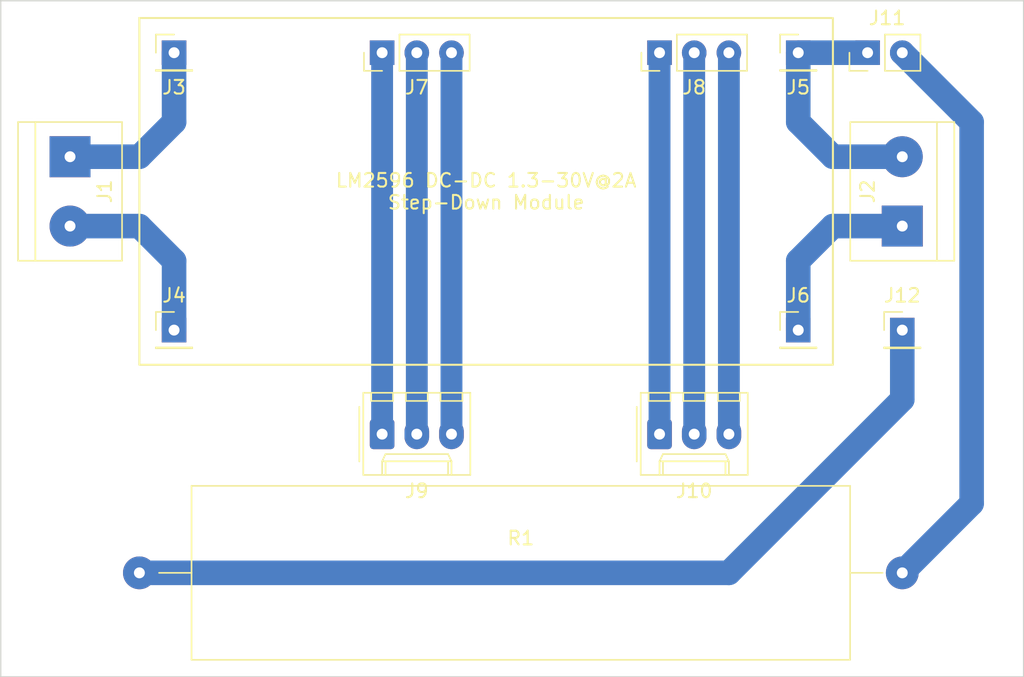
<source format=kicad_pcb>
(kicad_pcb (version 20211014) (generator pcbnew)
  (layers (0 "F.Cu" signal) (31 "B.Cu" signal) (34 "B.Paste" user) (35 "F.Paste" user) (36 "B.SilkS" user "B.Silkscreen") (37 "F.SilkS" user "F.Silkscreen") (38 "B.Mask" user) (39 "F.Mask" user) (44 "Edge.Cuts" user))
  (net 0 "")
  (net 1 "+24V")
  (net 2 "GND")
  (net 3 "+VDC")
  (net 4 "-VDC")
  (net 5 "Net-(J7-Pad1)")
  (net 6 "Net-(J7-Pad2)")
  (net 7 "Net-(J7-Pad3)")
  (net 8 "Net-(J8-Pad1)")
  (net 9 "Net-(J8-Pad2)")
  (net 10 "Net-(J8-Pad3)")
  (net 11 "Net-(J11-Pad2)")
  (net 12 "Net-(J12-Pad1)")
  (footprint "TerminalBlock:TerminalBlock_bornier-2_P5.08mm" (layer "F.Cu") (at 175.26 88.9 90)
    (fp_text reference "J2" (at 2.54 -2.54 270) (layer "F.SilkS"))
    (fp_text value "Bornier 01x02" hide)
    (fp_line (start -2.54 3.81) (end 7.62 3.81) (layer "F.SilkS") (width 0.12))
    (fp_line (start 7.62 2.54) (end -2.54 2.54) (layer "F.SilkS") (width 0.12))
    (fp_line (start -2.54 -3.81) (end -2.54 3.81) (layer "F.SilkS") (width 0.12))
    (fp_line (start 7.62 -3.81) (end -2.54 -3.81) (layer "F.SilkS") (width 0.12))
    (fp_line (start 7.62 3.81) (end 7.62 -3.81) (layer "F.SilkS") (width 0.12))
    (pad "1" thru_hole rect (at 0 0 90) (size 3 3) (drill 0.8) (layers *.Cu *.Mask) (net 4 "-VDC"))
    (pad "2" thru_hole circle (at 5.08 0 90) (size 3 3) (drill 0.8) (layers *.Cu *.Mask) (net 3 "+VDC"))
  )
  (footprint "MountingHole:MountingHole_2.1mm" (layer "F.Cu") (at 180.34 116.84)
    (fp_text reference "H3" hide)
    (fp_text value "MountingHole" hide)
    (pad "" np_thru_hole circle (at 0 0) (size 2.1 2.1) (drill 2.1) (layers *.Cu *.Mask))
  )
  (footprint "Connector_PinHeader_2.54mm:PinHeader_1x01_P2.54mm_Vertical" (layer "F.Cu") (at 121.92 76.2)
    (fp_text reference "J3" (at 0 2.54) (layer "F.SilkS"))
    (fp_text value "Conn_01x01" hide)
    (fp_line (start -1.33 1.27) (end -1.33 1.33) (layer "F.SilkS") (width 0.12))
    (fp_line (start -1.33 0) (end -1.33 -1.33) (layer "F.SilkS") (width 0.12))
    (fp_line (start -1.33 -1.33) (end 0 -1.33) (layer "F.SilkS") (width 0.12))
    (fp_line (start -1.33 1.33) (end 1.33 1.33) (layer "F.SilkS") (width 0.12))
    (fp_line (start -1.33 1.27) (end 1.33 1.27) (layer "F.SilkS") (width 0.12))
    (fp_line (start 1.33 1.27) (end 1.33 1.33) (layer "F.SilkS") (width 0.12))
    (pad "1" thru_hole rect (at 0 0) (size 1.8 1.8) (drill 0.8) (layers *.Cu *.Mask) (net 1 "+24V"))
  )
  (footprint "Resistor_THT:R_Axial_Power_L48.0mm_W12.5mm_P55.88mm" (layer "F.Cu") (at 175.26 114.3 180)
    (fp_text reference "R1" (at 27.94 2.54 180) (layer "F.SilkS"))
    (fp_text value "2.2R 15W")
    (fp_line (start 3.82 -6.37) (end 3.82 6.37) (layer "F.SilkS") (width 0.12))
    (fp_line (start 1.44 0) (end 3.82 0) (layer "F.SilkS") (width 0.12))
    (fp_line (start 3.82 6.37) (end 52.06 6.37) (layer "F.SilkS") (width 0.12))
    (fp_line (start 52.06 -6.37) (end 3.82 -6.37) (layer "F.SilkS") (width 0.12))
    (fp_line (start 52.06 6.37) (end 52.06 -6.37) (layer "F.SilkS") (width 0.12))
    (fp_line (start 54.44 0) (end 52.06 0) (layer "F.SilkS") (width 0.12))
    (pad "1" thru_hole circle (at 0 0 180) (size 2.4 2.4) (drill 0.8) (layers *.Cu *.Mask) (net 11 "Net-(J11-Pad2)"))
    (pad "2" thru_hole circle (at 55.88 0 180) (size 2.4 2.4) (drill 0.8) (layers *.Cu *.Mask) (net 12 "Net-(J12-Pad1)"))
  )
  (footprint "Connector_PinHeader_2.54mm:PinHeader_1x03_P2.54mm_Vertical" (layer "F.Cu") (at 157.48 76.2 90)
    (fp_text reference "J8" (at -2.54 2.54 180) (layer "F.SilkS"))
    (fp_text value "Conn_01x03" hide)
    (fp_line (start -1.33 1.27) (end 1.33 1.27) (layer "F.SilkS") (width 0.12))
    (fp_line (start 1.33 1.27) (end 1.33 6.41) (layer "F.SilkS") (width 0.12))
    (fp_line (start -1.33 0) (end -1.33 -1.33) (layer "F.SilkS") (width 0.12))
    (fp_line (start -1.33 6.41) (end 1.33 6.41) (layer "F.SilkS") (width 0.12))
    (fp_line (start -1.33 1.27) (end -1.33 6.41) (layer "F.SilkS") (width 0.12))
    (fp_line (start -1.33 -1.33) (end 0 -1.33) (layer "F.SilkS") (width 0.12))
    (pad "1" thru_hole rect (at 0 0 90) (size 1.8 1.8) (drill 0.8) (layers *.Cu *.Mask) (net 8 "Net-(J8-Pad1)"))
    (pad "2" thru_hole circle (at 0 2.54 90) (size 1.8 1.8) (drill 0.8) (layers *.Cu *.Mask) (net 9 "Net-(J8-Pad2)"))
    (pad "3" thru_hole circle (at 0 5.08 90) (size 1.8 1.8) (drill 0.8) (layers *.Cu *.Mask) (net 10 "Net-(J8-Pad3)"))
  )
  (footprint "Connector_PinHeader_2.54mm:PinHeader_1x03_P2.54mm_Vertical" (layer "F.Cu") (at 137.16 76.2 90)
    (fp_text reference "J7" (at -2.54 2.54 180) (layer "F.SilkS"))
    (fp_text value "Conn_01x03" hide)
    (fp_line (start -1.33 0) (end -1.33 -1.33) (layer "F.SilkS") (width 0.12))
    (fp_line (start -1.33 1.27) (end -1.33 6.41) (layer "F.SilkS") (width 0.12))
    (fp_line (start -1.33 1.27) (end 1.33 1.27) (layer "F.SilkS") (width 0.12))
    (fp_line (start 1.33 1.27) (end 1.33 6.41) (layer "F.SilkS") (width 0.12))
    (fp_line (start -1.33 -1.33) (end 0 -1.33) (layer "F.SilkS") (width 0.12))
    (fp_line (start -1.33 6.41) (end 1.33 6.41) (layer "F.SilkS") (width 0.12))
    (pad "1" thru_hole rect (at 0 0 90) (size 1.8 1.8) (drill 0.8) (layers *.Cu *.Mask) (net 5 "Net-(J7-Pad1)"))
    (pad "2" thru_hole circle (at 0 2.54 90) (size 1.8 1.8) (drill 0.8) (layers *.Cu *.Mask) (net 6 "Net-(J7-Pad2)"))
    (pad "3" thru_hole circle (at 0 5.08 90) (size 1.8 1.8) (drill 0.8) (layers *.Cu *.Mask) (net 7 "Net-(J7-Pad3)"))
  )
  (footprint "Connector_PinHeader_2.54mm:PinHeader_1x01_P2.54mm_Vertical" (layer "F.Cu") (at 167.64 96.52)
    (fp_text reference "J6" (at 0 -2.54) (layer "F.SilkS"))
    (fp_text value "Conn_01x01" hide)
    (fp_line (start 1.33 1.27) (end 1.33 1.33) (layer "F.SilkS") (width 0.12))
    (fp_line (start -1.33 -1.33) (end 0 -1.33) (layer "F.SilkS") (width 0.12))
    (fp_line (start -1.33 1.27) (end 1.33 1.27) (layer "F.SilkS") (width 0.12))
    (fp_line (start -1.33 1.33) (end 1.33 1.33) (layer "F.SilkS") (width 0.12))
    (fp_line (start -1.33 0) (end -1.33 -1.33) (layer "F.SilkS") (width 0.12))
    (fp_line (start -1.33 1.27) (end -1.33 1.33) (layer "F.SilkS") (width 0.12))
    (pad "1" thru_hole rect (at 0 0) (size 1.8 1.8) (drill 0.8) (layers *.Cu *.Mask) (net 4 "-VDC"))
  )
  (footprint "MountingHole:MountingHole_2.1mm" (layer "F.Cu") (at 113.03 116.84)
    (fp_text reference "H4" hide)
    (fp_text value "MountingHole" hide)
    (pad "" np_thru_hole circle (at 0 0) (size 2.1 2.1) (drill 2.1) (layers *.Cu *.Mask))
  )
  (footprint "Connector_Molex:Molex_KK-254_AE-6410-03A_1x03_P2.54mm_Vertical" (layer "F.Cu") (at 137.16 104.14)
    (fp_text reference "J9" (at 2.54 4.16) (layer "F.SilkS"))
    (fp_text value "Conn_01x03" hide)
    (fp_line (start 0.25 2.99) (end 0.25 1.99) (layer "F.SilkS") (width 0.12))
    (fp_line (start 4.83 1.46) (end 5.08 1.99) (layer "F.SilkS") (width 0.12))
    (fp_line (start 0 1.99) (end 5.08 1.99) (layer "F.SilkS") (width 0.12))
    (fp_line (start 0.25 1.46) (end 4.83 1.46) (layer "F.SilkS") (width 0.12))
    (fp_line (start 4.83 2.99) (end 4.83 1.99) (layer "F.SilkS") (width 0.12))
    (fp_line (start 6.46 2.99) (end 6.46 -3.03) (layer "F.SilkS") (width 0.12))
    (fp_line (start 0.8 -2.43) (end 0.8 -3.03) (layer "F.SilkS") (width 0.12))
    (fp_line (start 5.88 -2.43) (end 5.88 -3.03) (layer "F.SilkS") (width 0.12))
    (fp_line (start -0.8 -2.43) (end 0.8 -2.43) (layer "F.SilkS") (width 0.12))
    (fp_line (start 5.08 1.99) (end 5.08 2.99) (layer "F.SilkS") (width 0.12))
    (fp_line (start -1.38 -3.03) (end -1.38 2.99) (layer "F.SilkS") (width 0.12))
    (fp_line (start 1.74 -2.43) (end 3.34 -2.43) (layer "F.SilkS") (width 0.12))
    (fp_line (start -0.8 -3.03) (end -0.8 -2.43) (layer "F.SilkS") (width 0.12))
    (fp_line (start 0 2.99) (end 0 1.99) (layer "F.SilkS") (width 0.12))
    (fp_line (start 4.28 -3.03) (end 4.28 -2.43) (layer "F.SilkS") (width 0.12))
    (fp_line (start 6.46 -3.03) (end -1.38 -3.03) (layer "F.SilkS") (width 0.12))
    (fp_line (start 4.28 -2.43) (end 5.88 -2.43) (layer "F.SilkS") (width 0.12))
    (fp_line (start 1.74 -3.03) (end 1.74 -2.43) (layer "F.SilkS") (width 0.12))
    (fp_line (start 0 1.99) (end 0.25 1.46) (layer "F.SilkS") (width 0.12))
    (fp_line (start -1.67 -2) (end -1.67 2) (layer "F.SilkS") (width 0.12))
    (fp_line (start -1.38 2.99) (end 6.46 2.99) (layer "F.SilkS") (width 0.12))
    (fp_line (start 3.34 -2.43) (end 3.34 -3.03) (layer "F.SilkS") (width 0.12))
    (pad "1" thru_hole roundrect (at 0 0) (size 1.8 2.2) (drill 0.8) (layers *.Cu *.Mask) (roundrect_rratio 0.143678) (net 5 "Net-(J7-Pad1)"))
    (pad "2" thru_hole oval (at 2.54 0) (size 1.8 2.2) (drill 0.8) (layers *.Cu *.Mask) (net 6 "Net-(J7-Pad2)"))
    (pad "3" thru_hole oval (at 5.08 0) (size 1.8 2.2) (drill 0.8) (layers *.Cu *.Mask) (net 7 "Net-(J7-Pad3)"))
  )
  (footprint "Connector_PinHeader_2.54mm:PinHeader_1x02_P2.54mm_Vertical" (layer "F.Cu") (at 172.72 76.2 90)
    (fp_text reference "J11" (at 2.54 0 180) (layer "F.SilkS") (effects (justify left)))
    (fp_text value "Conn_01x02" hide)
    (fp_line (start -1.33 1.27) (end -1.33 3.87) (layer "F.SilkS") (width 0.12))
    (fp_line (start -1.33 0) (end -1.33 -1.33) (layer "F.SilkS") (width 0.12))
    (fp_line (start 1.33 1.27) (end 1.33 3.87) (layer "F.SilkS") (width 0.12))
    (fp_line (start -1.33 3.87) (end 1.33 3.87) (layer "F.SilkS") (width 0.12))
    (fp_line (start -1.33 -1.33) (end 0 -1.33) (layer "F.SilkS") (width 0.12))
    (fp_line (start -1.33 1.27) (end 1.33 1.27) (layer "F.SilkS") (width 0.12))
    (pad "1" thru_hole rect (at 0 0 90) (size 1.8 1.8) (drill 0.8) (layers *.Cu *.Mask) (net 3 "+VDC"))
    (pad "2" thru_hole circle (at 0 2.54 90) (size 1.8 1.8) (drill 0.8) (layers *.Cu *.Mask) (net 11 "Net-(J11-Pad2)"))
  )
  (footprint "MountingHole:MountingHole_2.1mm" (layer "F.Cu") (at 180.34 76.2)
    (fp_text reference "H2" hide)
    (fp_text value "MountingHole" hide)
    (pad "" np_thru_hole circle (at 0 0) (size 2.1 2.1) (drill 2.1) (layers *.Cu *.Mask))
  )
  (footprint "Connector_Molex:Molex_KK-254_AE-6410-03A_1x03_P2.54mm_Vertical" (layer "F.Cu") (at 157.48 104.14)
    (fp_text reference "J10" (at 2.54 4.16) (layer "F.SilkS"))
    (fp_text value "Conn_01x03" hide)
    (fp_line (start 6.46 2.99) (end 6.46 -3.03) (layer "F.SilkS") (width 0.12))
    (fp_line (start 0 2.99) (end 0 1.99) (layer "F.SilkS") (width 0.12))
    (fp_line (start 3.34 -2.43) (end 3.34 -3.03) (layer "F.SilkS") (width 0.12))
    (fp_line (start 0 1.99) (end 5.08 1.99) (layer "F.SilkS") (width 0.12))
    (fp_line (start 4.83 1.46) (end 5.08 1.99) (layer "F.SilkS") (width 0.12))
    (fp_line (start 1.74 -2.43) (end 3.34 -2.43) (layer "F.SilkS") (width 0.12))
    (fp_line (start -1.38 -3.03) (end -1.38 2.99) (layer "F.SilkS") (width 0.12))
    (fp_line (start 0.25 1.46) (end 4.83 1.46) (layer "F.SilkS") (width 0.12))
    (fp_line (start 4.28 -2.43) (end 5.88 -2.43) (layer "F.SilkS") (width 0.12))
    (fp_line (start 5.88 -2.43) (end 5.88 -3.03) (layer "F.SilkS") (width 0.12))
    (fp_line (start -1.38 2.99) (end 6.46 2.99) (layer "F.SilkS") (width 0.12))
    (fp_line (start 0.8 -2.43) (end 0.8 -3.03) (layer "F.SilkS") (width 0.12))
    (fp_line (start 4.83 2.99) (end 4.83 1.99) (layer "F.SilkS") (width 0.12))
    (fp_line (start 0 1.99) (end 0.25 1.46) (layer "F.SilkS") (width 0.12))
    (fp_line (start 1.74 -3.03) (end 1.74 -2.43) (layer "F.SilkS") (width 0.12))
    (fp_line (start 6.46 -3.03) (end -1.38 -3.03) (layer "F.SilkS") (width 0.12))
    (fp_line (start 5.08 1.99) (end 5.08 2.99) (layer "F.SilkS") (width 0.12))
    (fp_line (start 0.25 2.99) (end 0.25 1.99) (layer "F.SilkS") (width 0.12))
    (fp_line (start -1.67 -2) (end -1.67 2) (layer "F.SilkS") (width 0.12))
    (fp_line (start 4.28 -3.03) (end 4.28 -2.43) (layer "F.SilkS") (width 0.12))
    (fp_line (start -0.8 -2.43) (end 0.8 -2.43) (layer "F.SilkS") (width 0.12))
    (fp_line (start -0.8 -3.03) (end -0.8 -2.43) (layer "F.SilkS") (width 0.12))
    (pad "1" thru_hole roundrect (at 0 0) (size 1.8 2.2) (drill 0.8) (layers *.Cu *.Mask) (roundrect_rratio 0.143678) (net 8 "Net-(J8-Pad1)"))
    (pad "2" thru_hole oval (at 2.54 0) (size 1.8 2.2) (drill 0.8) (layers *.Cu *.Mask) (net 9 "Net-(J8-Pad2)"))
    (pad "3" thru_hole oval (at 5.08 0) (size 1.8 2.2) (drill 0.8) (layers *.Cu *.Mask) (net 10 "Net-(J8-Pad3)"))
  )
  (footprint "Connector_PinHeader_2.54mm:PinHeader_1x01_P2.54mm_Vertical" (layer "F.Cu") (at 175.26 96.52)
    (fp_text reference "J12" (at 0 -2.54) (layer "F.SilkS"))
    (fp_text value "Conn_01x01" hide)
    (fp_line (start -1.33 1.27) (end -1.33 1.33) (layer "F.SilkS") (width 0.12))
    (fp_line (start -1.33 -1.33) (end 0 -1.33) (layer "F.SilkS") (width 0.12))
    (fp_line (start 1.33 1.27) (end 1.33 1.33) (layer "F.SilkS") (width 0.12))
    (fp_line (start -1.33 1.33) (end 1.33 1.33) (layer "F.SilkS") (width 0.12))
    (fp_line (start -1.33 0) (end -1.33 -1.33) (layer "F.SilkS") (width 0.12))
    (fp_line (start -1.33 1.27) (end 1.33 1.27) (layer "F.SilkS") (width 0.12))
    (pad "1" thru_hole rect (at 0 0) (size 1.8 1.8) (drill 0.8) (layers *.Cu *.Mask) (net 12 "Net-(J12-Pad1)"))
  )
  (footprint "Connector_PinHeader_2.54mm:PinHeader_1x01_P2.54mm_Vertical" (layer "F.Cu") (at 167.64 76.2)
    (fp_text reference "J5" (at 0 2.54) (layer "F.SilkS"))
    (fp_text value "Conn_01x01" hide)
    (fp_line (start 1.33 1.27) (end 1.33 1.33) (layer "F.SilkS") (width 0.12))
    (fp_line (start -1.33 0) (end -1.33 -1.33) (layer "F.SilkS") (width 0.12))
    (fp_line (start -1.33 1.33) (end 1.33 1.33) (layer "F.SilkS") (width 0.12))
    (fp_line (start -1.33 1.27) (end 1.33 1.27) (layer "F.SilkS") (width 0.12))
    (fp_line (start -1.33 1.27) (end -1.33 1.33) (layer "F.SilkS") (width 0.12))
    (fp_line (start -1.33 -1.33) (end 0 -1.33) (layer "F.SilkS") (width 0.12))
    (pad "1" thru_hole rect (at 0 0) (size 1.8 1.8) (drill 0.8) (layers *.Cu *.Mask) (net 3 "+VDC"))
  )
  (footprint "Connector_PinHeader_2.54mm:PinHeader_1x01_P2.54mm_Vertical" (layer "F.Cu") (at 121.92 96.52)
    (fp_text reference "J4" (at 0 -2.54) (layer "F.SilkS"))
    (fp_text value "Conn_01x01" hide)
    (fp_line (start -1.33 1.27) (end 1.33 1.27) (layer "F.SilkS") (width 0.12))
    (fp_line (start -1.33 -1.33) (end 0 -1.33) (layer "F.SilkS") (width 0.12))
    (fp_line (start -1.33 0) (end -1.33 -1.33) (layer "F.SilkS") (width 0.12))
    (fp_line (start -1.33 1.33) (end 1.33 1.33) (layer "F.SilkS") (width 0.12))
    (fp_line (start -1.33 1.27) (end -1.33 1.33) (layer "F.SilkS") (width 0.12))
    (fp_line (start 1.33 1.27) (end 1.33 1.33) (layer "F.SilkS") (width 0.12))
    (pad "1" thru_hole rect (at 0 0) (size 1.8 1.8) (drill 0.8) (layers *.Cu *.Mask) (net 2 "GND"))
  )
  (footprint "TerminalBlock:TerminalBlock_bornier-2_P5.08mm" (layer "F.Cu") (at 114.3 83.82 -90)
    (fp_text reference "J1" (at 2.54 -2.54 90) (layer "F.SilkS"))
    (fp_text value "Bornier 01x02" hide)
    (fp_line (start -2.54 -3.81) (end -2.54 3.81) (layer "F.SilkS") (width 0.12))
    (fp_line (start 7.62 -3.81) (end -2.54 -3.81) (layer "F.SilkS") (width 0.12))
    (fp_line (start 7.62 2.54) (end -2.54 2.54) (layer "F.SilkS") (width 0.12))
    (fp_line (start -2.54 3.81) (end 7.62 3.81) (layer "F.SilkS") (width 0.12))
    (fp_line (start 7.62 3.81) (end 7.62 -3.81) (layer "F.SilkS") (width 0.12))
    (pad "1" thru_hole rect (at 0 0 270) (size 3 3) (drill 0.8) (layers *.Cu *.Mask) (net 1 "+24V"))
    (pad "2" thru_hole circle (at 5.08 0 270) (size 3 3) (drill 0.8) (layers *.Cu *.Mask) (net 2 "GND"))
  )
  (footprint "MountingHole:MountingHole_2.1mm" (layer "F.Cu") (at 113.03 76.2)
    (fp_text reference "H1" hide)
    (fp_text value "MountingHole" hide)
    (pad "" np_thru_hole circle (at 0 0) (size 2.1 2.1) (drill 2.1) (layers *.Cu *.Mask))
  )
  (gr_rect (start 119.38 73.66) (end 170.18 99.06) (layer "F.SilkS") (width 0.15) (fill none))
  (gr_line (start 109.22 72.39) (end 184.15 72.39) (layer "Edge.Cuts") (width 0.1))
  (gr_line (start 184.15 72.39) (end 184.15 121.92) (layer "Edge.Cuts") (width 0.1))
  (gr_line (start 184.15 121.92) (end 109.22 121.92) (layer "Edge.Cuts") (width 0.1))
  (gr_line (start 109.22 121.92) (end 109.22 72.39) (layer "Edge.Cuts") (width 0.1))
  (gr_text "LM2596 DC-DC 1.3-30V@2A\nStep-Down Module" (at 144.78 86.36) (layer "F.SilkS") (effects (font (size 1 1))))
  (segment (start 121.92 81.28) (end 121.92 76.2) (width 1.8) (layer "B.Cu") (net 1))
  (segment (start 114.3 83.82) (end 119.38 83.82) (width 1.8) (layer "B.Cu") (net 1))
  (segment (start 119.38 83.82) (end 121.92 81.28) (width 1.8) (layer "B.Cu") (net 1))
  (segment (start 114.3 88.9) (end 119.38 88.9) (width 1.8) (layer "B.Cu") (net 2))
  (segment (start 121.92 91.44) (end 121.92 96.52) (width 1.8) (layer "B.Cu") (net 2))
  (segment (start 119.38 88.9) (end 121.92 91.44) (width 1.8) (layer "B.Cu") (net 2))
  (segment (start 167.64 76.2) (end 172.72 76.2) (width 1.8) (layer "B.Cu") (net 3))
  (segment (start 167.64 81.28) (end 170.18 83.82) (width 1.8) (layer "B.Cu") (net 3))
  (segment (start 170.18 83.82) (end 175.26 83.82) (width 1.8) (layer "B.Cu") (net 3))
  (segment (start 167.64 76.2) (end 167.64 81.28) (width 1.8) (layer "B.Cu") (net 3))
  (segment (start 167.64 96.52) (end 167.64 91.44) (width 1.8) (layer "B.Cu") (net 4))
  (segment (start 170.18 88.9) (end 175.26 88.9) (width 1.8) (layer "B.Cu") (net 4))
  (segment (start 167.64 91.44) (end 170.18 88.9) (width 1.8) (layer "B.Cu") (net 4))
  (segment (start 137.16 104.14) (end 137.16 76.2) (width 1.6) (layer "B.Cu") (net 5))
  (segment (start 139.7 76.2) (end 139.7 104.14) (width 1.6) (layer "B.Cu") (net 6))
  (segment (start 142.24 76.2) (end 142.24 104.14) (width 1.6) (layer "B.Cu") (net 7))
  (segment (start 157.48 104.14) (end 157.48 76.2) (width 1.6) (layer "B.Cu") (net 8))
  (segment (start 160.02 104.14) (end 160.02 76.2) (width 1.6) (layer "B.Cu") (net 9))
  (segment (start 162.56 104.14) (end 162.56 76.2) (width 1.6) (layer "B.Cu") (net 10))
  (segment (start 175.26 114.3) (end 180.34 109.22) (width 1.8) (layer "B.Cu") (net 11))
  (segment (start 175.26 76.2) (end 180.34 81.28) (width 1.8) (layer "B.Cu") (net 11))
  (segment (start 180.34 109.22) (end 180.34 81.28) (width 1.8) (layer "B.Cu") (net 11))
  (segment (start 119.38 114.3) (end 162.56 114.3) (width 1.8) (layer "B.Cu") (net 12))
  (segment (start 162.56 114.3) (end 175.26 101.6) (width 1.8) (layer "B.Cu") (net 12))
  (segment (start 175.26 101.6) (end 175.26 96.52) (width 1.8) (layer "B.Cu") (net 12))
)
</source>
